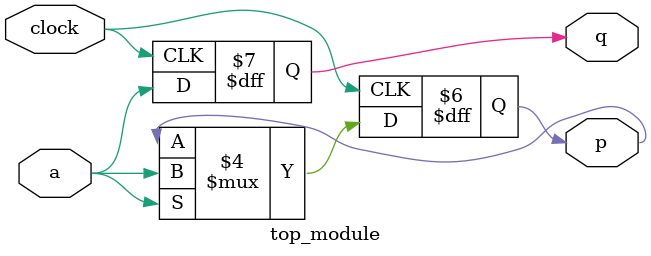
<source format=sv>
module top_module (
    input clock,
    input a, 
    output reg p,
    output reg q
);

always @(negedge clock) begin
    q <= a;
end

always @(posedge clock) begin
    if (a) begin
        p <= a;
    end
    else begin
        p <= p;
    end
end

endmodule

</source>
